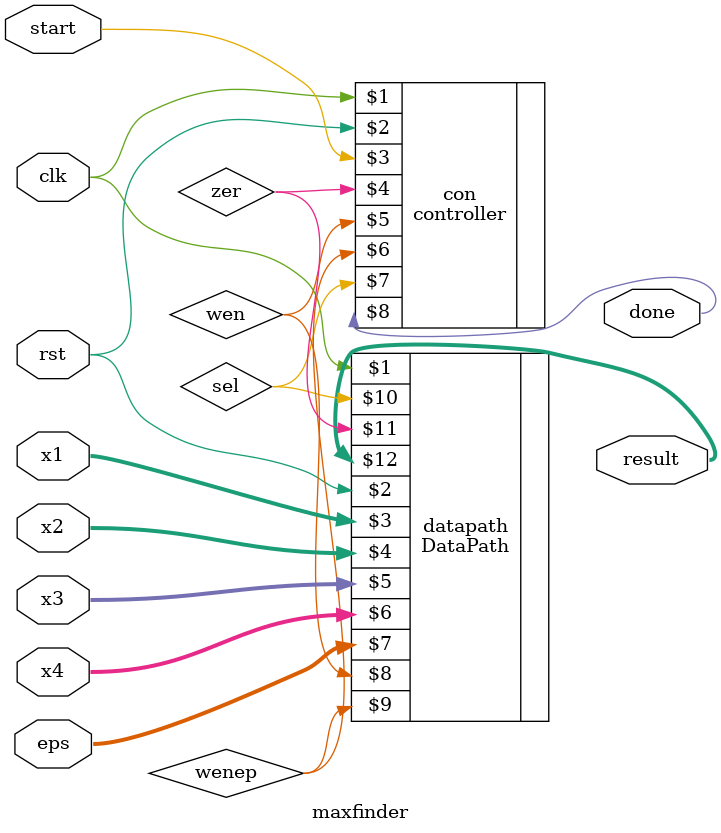
<source format=v>
module maxfinder(clk, rst, start, x1, x2, x3, x4, eps, done, result);
input clk, start, rst;
input [4:0] x1, x2, x3, x4, eps;
output done;
output [4:0] result;
wire wen, wenep, sel, zer;
DataPath datapath(clk, rst, x1, x2, x3, x4, eps, wen, wenep, sel, zer, result);
controller con(clk, rst, start, zer, wen, wenep, sel, done);
endmodule

</source>
